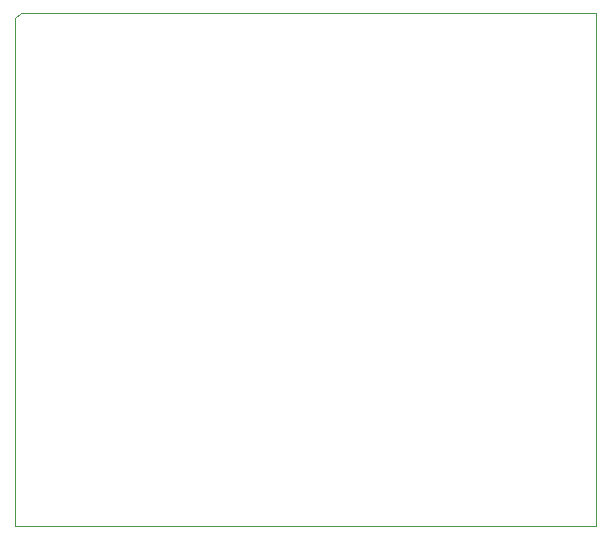
<source format=gm1>
G04 #@! TF.GenerationSoftware,KiCad,Pcbnew,8.0.8*
G04 #@! TF.CreationDate,2025-05-02T10:21:31-04:00*
G04 #@! TF.ProjectId,esp32,65737033-322e-46b6-9963-61645f706362,rev?*
G04 #@! TF.SameCoordinates,Original*
G04 #@! TF.FileFunction,Profile,NP*
%FSLAX46Y46*%
G04 Gerber Fmt 4.6, Leading zero omitted, Abs format (unit mm)*
G04 Created by KiCad (PCBNEW 8.0.8) date 2025-05-02 10:21:31*
%MOMM*%
%LPD*%
G01*
G04 APERTURE LIST*
G04 #@! TA.AperFunction,Profile*
%ADD10C,0.038100*%
G04 #@! TD*
G04 APERTURE END LIST*
D10*
X113900000Y-111500000D02*
X163100000Y-111500000D01*
X114400000Y-68100000D02*
X113900000Y-68500000D01*
X113900000Y-68500000D02*
X113900000Y-111500000D01*
X163100000Y-68100000D02*
X114400000Y-68100000D01*
X163100000Y-111500000D02*
X163100000Y-68100000D01*
M02*

</source>
